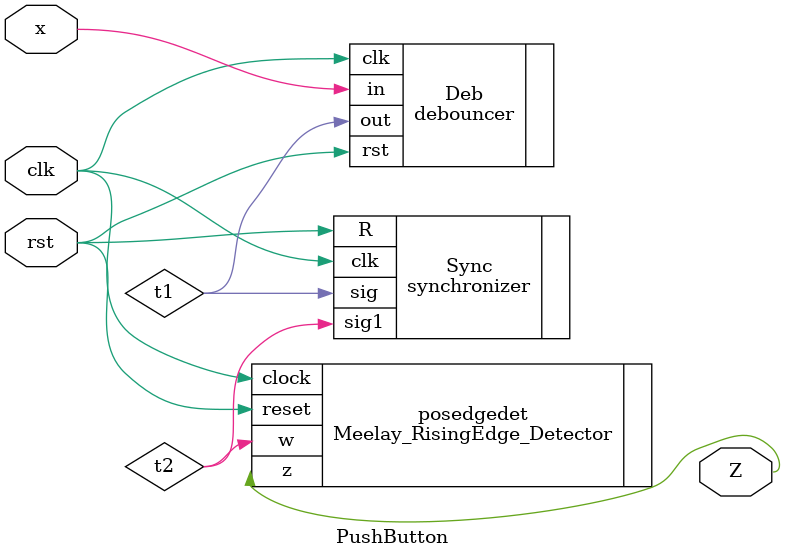
<source format=v>
`timescale 1ns / 1ps


module PushButton(input clk,rst,x,output Z);
wire t1, t2;
debouncer Deb(.clk(clk), .rst(rst), .in(x), .out(t1));
synchronizer Sync(.clk(clk), .R(rst), .sig(t1), .sig1(t2)); 
Meelay_RisingEdge_Detector posedgedet(.clock(clk), .reset(rst), .w(t2), .z(Z));
endmodule

</source>
